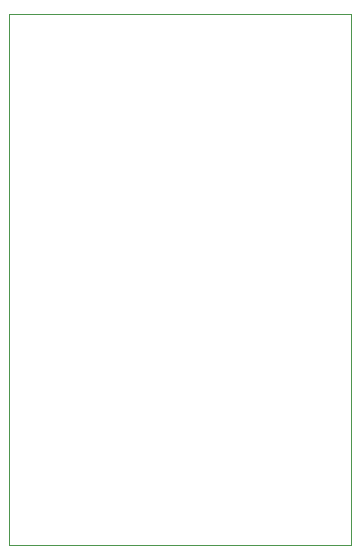
<source format=gbr>
%TF.GenerationSoftware,KiCad,Pcbnew,(5.1.10)-1*%
%TF.CreationDate,2021-09-07T14:02:49-05:00*%
%TF.ProjectId,bq25504_breakout_module,62713235-3530-4345-9f62-7265616b6f75,rev?*%
%TF.SameCoordinates,Original*%
%TF.FileFunction,Profile,NP*%
%FSLAX46Y46*%
G04 Gerber Fmt 4.6, Leading zero omitted, Abs format (unit mm)*
G04 Created by KiCad (PCBNEW (5.1.10)-1) date 2021-09-07 14:02:49*
%MOMM*%
%LPD*%
G01*
G04 APERTURE LIST*
%TA.AperFunction,Profile*%
%ADD10C,0.050000*%
%TD*%
G04 APERTURE END LIST*
D10*
X143000000Y-117000000D02*
X143000000Y-72000000D01*
X172000000Y-117000000D02*
X143000000Y-117000000D01*
X172000000Y-72000000D02*
X172000000Y-117000000D01*
X143000000Y-72000000D02*
X172000000Y-72000000D01*
M02*

</source>
